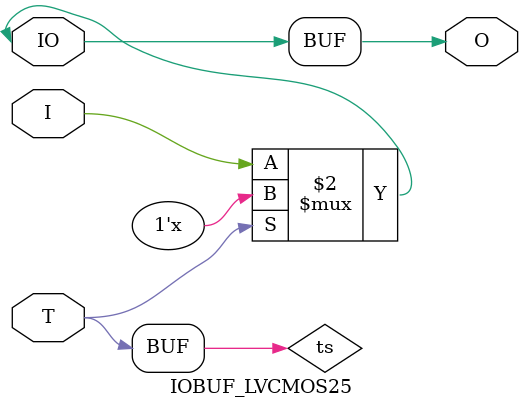
<source format=v>

/*

FUNCTION    : INPUT TRI-STATE OUTPUT BUFFER

*/

`celldefine
`timescale  100 ps / 10 ps

module IOBUF_LVCMOS25 (O, IO, I, T);

    output O;

    inout  IO;

    input  I, T;

    or O1 (ts, 1'b0, T);
    bufif0 T1 (IO, I, ts);

    buf B1 (O, IO);

endmodule

</source>
